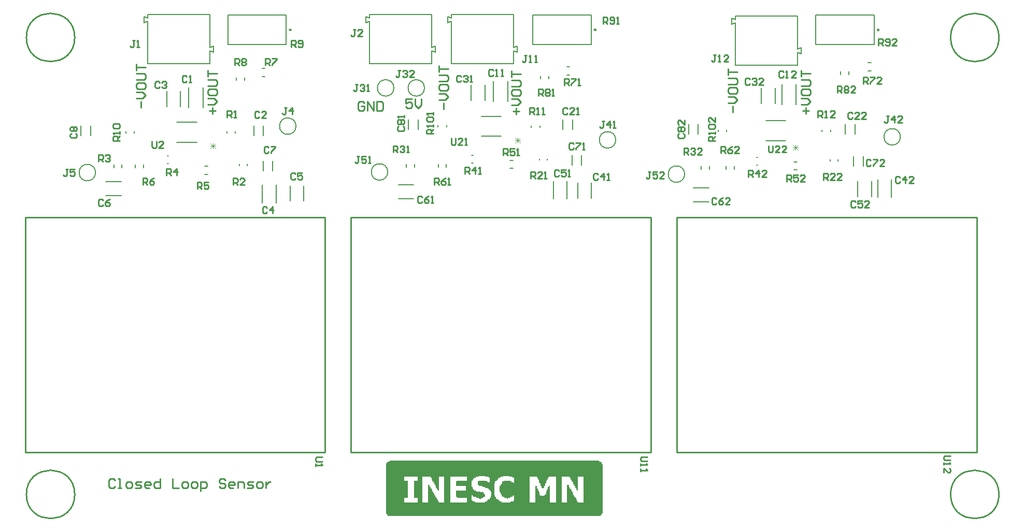
<source format=gto>
G04*
G04 #@! TF.GenerationSoftware,Altium Limited,Altium Designer,22.5.1 (42)*
G04*
G04 Layer_Color=65535*
%FSLAX43Y43*%
%MOMM*%
G71*
G04*
G04 #@! TF.SameCoordinates,2A2A3854-17DD-444F-B545-0734B4948F52*
G04*
G04*
G04 #@! TF.FilePolarity,Positive*
G04*
G01*
G75*
%ADD10C,0.254*%
%ADD11C,0.250*%
%ADD12C,0.150*%
%ADD13C,0.200*%
%ADD14C,0.152*%
%ADD15C,0.076*%
G36*
X94571Y10640D02*
X94868D01*
Y10492D01*
X95017D01*
Y10194D01*
X95165D01*
Y2169D01*
X95017D01*
Y1872D01*
X94868D01*
Y1724D01*
X60093D01*
Y1872D01*
X59944D01*
Y2021D01*
X59796D01*
Y10343D01*
X59944D01*
Y10492D01*
X60093D01*
Y10640D01*
X60390D01*
Y10789D01*
X94571D01*
Y10640D01*
D02*
G37*
%LPC*%
G36*
X80007Y8262D02*
X78967D01*
Y8114D01*
X78521D01*
Y7965D01*
X78224D01*
Y7817D01*
X78075D01*
Y7668D01*
X77926D01*
Y7519D01*
X77778D01*
Y7371D01*
X77629D01*
Y7074D01*
X77481D01*
Y5142D01*
X77629D01*
Y4844D01*
X77778D01*
Y4547D01*
X77926D01*
Y4399D01*
X78224D01*
Y4250D01*
X78372D01*
Y4101D01*
X78669D01*
Y3953D01*
X80156D01*
Y4101D01*
X80601D01*
Y4250D01*
X80750D01*
Y5142D01*
X80601D01*
Y4993D01*
X80453D01*
Y4844D01*
X80156D01*
Y4696D01*
X79710D01*
Y4547D01*
X79561D01*
Y4696D01*
X79115D01*
Y4844D01*
X78818D01*
Y4993D01*
X78669D01*
Y5290D01*
X78521D01*
Y5588D01*
X78372D01*
Y6628D01*
X78521D01*
Y6925D01*
X78669D01*
Y7074D01*
X78818D01*
Y7371D01*
X79115D01*
Y7519D01*
X80156D01*
Y7371D01*
X80304D01*
Y7222D01*
X80601D01*
Y7074D01*
X80750D01*
Y7965D01*
X80453D01*
Y8114D01*
X80007D01*
Y8262D01*
D02*
G37*
G36*
X87586Y8114D02*
X86397D01*
Y7965D01*
X86249D01*
Y7668D01*
X86100D01*
Y7371D01*
X85951D01*
Y7074D01*
X85803D01*
Y6628D01*
X85654D01*
Y6331D01*
X85506D01*
Y6182D01*
X85357D01*
Y6331D01*
X85208D01*
Y6628D01*
X85060D01*
Y7074D01*
X84911D01*
Y7222D01*
X84762D01*
Y7668D01*
X84614D01*
Y7965D01*
X84465D01*
Y8114D01*
X83276D01*
Y3953D01*
X84168D01*
Y6628D01*
X84465D01*
Y6182D01*
X84614D01*
Y5885D01*
X84762D01*
Y5588D01*
X84911D01*
Y5142D01*
X85060D01*
Y4993D01*
X85654D01*
Y5142D01*
X85803D01*
Y5290D01*
X85951D01*
Y5736D01*
X86100D01*
Y6033D01*
X86249D01*
Y6479D01*
X86397D01*
Y6628D01*
X86546D01*
Y3953D01*
X87586D01*
Y8114D01*
D02*
G37*
G36*
X92044D02*
X91153D01*
Y5885D01*
X91004D01*
Y6033D01*
X90856D01*
Y6331D01*
X90707D01*
Y6628D01*
X90558D01*
Y6925D01*
X90410D01*
Y7222D01*
X90261D01*
Y7371D01*
X90113D01*
Y7668D01*
X89964D01*
Y7965D01*
X89815D01*
Y8114D01*
X88478D01*
Y3953D01*
X89369D01*
Y6776D01*
X89667D01*
Y6479D01*
X89815D01*
Y6182D01*
X89964D01*
Y6033D01*
X90113D01*
Y5736D01*
X90261D01*
Y5439D01*
X90410D01*
Y5142D01*
X90558D01*
Y4844D01*
X90707D01*
Y4696D01*
X90856D01*
Y4399D01*
X91004D01*
Y4101D01*
X91153D01*
Y3953D01*
X92044D01*
Y4101D01*
Y4250D01*
Y8114D01*
D02*
G37*
G36*
X69307D02*
X68415D01*
Y7519D01*
Y7371D01*
Y5885D01*
X68267D01*
Y6033D01*
X68118D01*
Y6331D01*
X67969D01*
Y6628D01*
X67821D01*
Y6925D01*
X67672D01*
Y7222D01*
X67524D01*
Y7371D01*
X67375D01*
Y7668D01*
X67226D01*
Y7965D01*
X67078D01*
Y8114D01*
X65740D01*
Y3953D01*
X66632D01*
Y6776D01*
X66929D01*
Y6479D01*
X67078D01*
Y6182D01*
X67226D01*
Y6033D01*
X67375D01*
Y5736D01*
X67524D01*
Y5439D01*
X67672D01*
Y5142D01*
X67821D01*
Y4844D01*
X67969D01*
Y4696D01*
X68118D01*
Y4399D01*
X68267D01*
Y4101D01*
X68415D01*
Y3953D01*
X69307D01*
Y8114D01*
D02*
G37*
G36*
X73022D02*
X70347D01*
Y3953D01*
X73022D01*
Y4696D01*
X71387D01*
Y4844D01*
X71239D01*
Y5885D01*
X72874D01*
Y6628D01*
X71239D01*
Y7371D01*
X71387D01*
Y7519D01*
X73022D01*
Y8114D01*
D02*
G37*
G36*
X64997D02*
X62768D01*
Y7519D01*
X63362D01*
Y4696D01*
X62768D01*
Y3953D01*
X64997D01*
Y4696D01*
X64403D01*
Y7222D01*
Y7371D01*
Y7519D01*
X64997D01*
Y8114D01*
D02*
G37*
G36*
X75994Y8262D02*
X74954D01*
Y8114D01*
X74508D01*
Y7965D01*
X74211D01*
Y7817D01*
X74062D01*
Y7668D01*
X73914D01*
Y7519D01*
X73765D01*
Y6479D01*
X73914D01*
Y6182D01*
X74062D01*
Y6033D01*
X74211D01*
Y5885D01*
X74508D01*
Y5736D01*
X75251D01*
Y5588D01*
X75697D01*
Y5439D01*
X75846D01*
Y5290D01*
X75994D01*
Y4844D01*
X75697D01*
Y4696D01*
X75400D01*
Y4547D01*
X74954D01*
Y4696D01*
X74508D01*
Y4844D01*
X74062D01*
Y4993D01*
X73914D01*
Y5142D01*
X73765D01*
Y4250D01*
X73914D01*
Y4101D01*
X74360D01*
Y3953D01*
X75994D01*
Y4101D01*
X76292D01*
Y4250D01*
X76440D01*
Y4399D01*
X76738D01*
Y4696D01*
X76886D01*
Y4993D01*
X77035D01*
Y5588D01*
X76886D01*
Y5885D01*
X76738D01*
Y6033D01*
X76589D01*
Y6182D01*
X76440D01*
Y6331D01*
X75994D01*
Y6479D01*
X75549D01*
Y6628D01*
X74954D01*
Y6776D01*
X74806D01*
Y7371D01*
X74954D01*
Y7519D01*
X76143D01*
Y7371D01*
X76440D01*
Y7222D01*
X76738D01*
Y7965D01*
X76589D01*
Y8114D01*
X75994D01*
Y8262D01*
D02*
G37*
%LPD*%
D10*
X159953Y80000D02*
G03*
X159953Y80000I-3953J0D01*
G01*
Y5250D02*
G03*
X159953Y5250I-3953J0D01*
G01*
X8953D02*
G03*
X8953Y5250I-3953J0D01*
G01*
Y80000D02*
G03*
X8953Y80000I-3953J0D01*
G01*
X103050Y12100D02*
Y50600D01*
X54100Y12100D02*
X103050D01*
X54100D02*
Y50600D01*
X103050D01*
X156300Y12100D02*
Y50600D01*
X107350Y12100D02*
X156300D01*
X107350D02*
Y50600D01*
X156300D01*
X49800Y12100D02*
Y50600D01*
X850Y12100D02*
X49800D01*
X850D02*
Y50600D01*
X49800D01*
X15520Y7531D02*
X15266Y7785D01*
X14758D01*
X14504Y7531D01*
Y6516D01*
X14758Y6262D01*
X15266D01*
X15520Y6516D01*
X16028Y6262D02*
X16535D01*
X16281D01*
Y7785D01*
X16028D01*
X17551Y6262D02*
X18059D01*
X18313Y6516D01*
Y7024D01*
X18059Y7278D01*
X17551D01*
X17297Y7024D01*
Y6516D01*
X17551Y6262D01*
X18821D02*
X19582D01*
X19836Y6516D01*
X19582Y6770D01*
X19075D01*
X18821Y7024D01*
X19075Y7278D01*
X19836D01*
X21106Y6262D02*
X20598D01*
X20344Y6516D01*
Y7024D01*
X20598Y7278D01*
X21106D01*
X21360Y7024D01*
Y6770D01*
X20344D01*
X22883Y7785D02*
Y6262D01*
X22122D01*
X21868Y6516D01*
Y7024D01*
X22122Y7278D01*
X22883D01*
X24915Y7785D02*
Y6262D01*
X25930D01*
X26692D02*
X27200D01*
X27454Y6516D01*
Y7024D01*
X27200Y7278D01*
X26692D01*
X26438Y7024D01*
Y6516D01*
X26692Y6262D01*
X28216D02*
X28723D01*
X28977Y6516D01*
Y7024D01*
X28723Y7278D01*
X28216D01*
X27962Y7024D01*
Y6516D01*
X28216Y6262D01*
X29485Y5754D02*
Y7278D01*
X30247D01*
X30501Y7024D01*
Y6516D01*
X30247Y6262D01*
X29485D01*
X33548Y7531D02*
X33294Y7785D01*
X32786D01*
X32532Y7531D01*
Y7278D01*
X32786Y7024D01*
X33294D01*
X33548Y6770D01*
Y6516D01*
X33294Y6262D01*
X32786D01*
X32532Y6516D01*
X34817Y6262D02*
X34310D01*
X34056Y6516D01*
Y7024D01*
X34310Y7278D01*
X34817D01*
X35071Y7024D01*
Y6770D01*
X34056D01*
X35579Y6262D02*
Y7278D01*
X36341D01*
X36595Y7024D01*
Y6262D01*
X37103D02*
X37864D01*
X38118Y6516D01*
X37864Y6770D01*
X37357D01*
X37103Y7024D01*
X37357Y7278D01*
X38118D01*
X38880Y6262D02*
X39388D01*
X39642Y6516D01*
Y7024D01*
X39388Y7278D01*
X38880D01*
X38626Y7024D01*
Y6516D01*
X38880Y6262D01*
X40150Y7278D02*
Y6262D01*
Y6770D01*
X40404Y7024D01*
X40658Y7278D01*
X40911D01*
X81087Y67392D02*
Y68407D01*
X80579Y67900D02*
X81595D01*
X80326Y68915D02*
X81341D01*
X81849Y69423D01*
X81341Y69931D01*
X80326D01*
Y71201D02*
Y70693D01*
X80579Y70439D01*
X81595D01*
X81849Y70693D01*
Y71201D01*
X81595Y71454D01*
X80579D01*
X80326Y71201D01*
Y71962D02*
X81595D01*
X81849Y72216D01*
Y72724D01*
X81595Y72978D01*
X80326D01*
Y73486D02*
Y74501D01*
Y73994D01*
X81849D01*
X128379Y67512D02*
Y68528D01*
X127872Y68020D02*
X128887D01*
X127618Y69035D02*
X128633D01*
X129141Y69543D01*
X128633Y70051D01*
X127618D01*
Y71321D02*
Y70813D01*
X127872Y70559D01*
X128887D01*
X129141Y70813D01*
Y71321D01*
X128887Y71575D01*
X127872D01*
X127618Y71321D01*
Y72082D02*
X128887D01*
X129141Y72336D01*
Y72844D01*
X128887Y73098D01*
X127618D01*
Y73606D02*
Y74622D01*
Y74114D01*
X129141D01*
X116484Y67754D02*
Y68770D01*
X115722Y69277D02*
X116738D01*
X117246Y69785D01*
X116738Y70293D01*
X115722D01*
Y71563D02*
Y71055D01*
X115976Y70801D01*
X116992D01*
X117246Y71055D01*
Y71563D01*
X116992Y71817D01*
X115976D01*
X115722Y71563D01*
Y72325D02*
X116992D01*
X117246Y72578D01*
Y73086D01*
X116992Y73340D01*
X115722D01*
Y73848D02*
Y74864D01*
Y74356D01*
X117246D01*
X69234Y68254D02*
Y69270D01*
X68472Y69778D02*
X69488D01*
X69996Y70285D01*
X69488Y70793D01*
X68472D01*
Y72063D02*
Y71555D01*
X68726Y71301D01*
X69742D01*
X69996Y71555D01*
Y72063D01*
X69742Y72317D01*
X68726D01*
X68472Y72063D01*
Y72825D02*
X69742D01*
X69996Y73078D01*
Y73586D01*
X69742Y73840D01*
X68472D01*
Y74348D02*
Y75364D01*
Y74856D01*
X69996D01*
X56270Y69274D02*
X56016Y69528D01*
X55508D01*
X55254Y69274D01*
Y68258D01*
X55508Y68004D01*
X56016D01*
X56270Y68258D01*
Y68766D01*
X55762D01*
X56778Y68004D02*
Y69528D01*
X57793Y68004D01*
Y69528D01*
X58301D02*
Y68004D01*
X59063D01*
X59317Y68258D01*
Y69274D01*
X59063Y69528D01*
X58301D01*
X64026Y69943D02*
X63011D01*
Y69181D01*
X63518Y69435D01*
X63772D01*
X64026Y69181D01*
Y68674D01*
X63772Y68420D01*
X63264D01*
X63011Y68674D01*
X64534Y69943D02*
Y68927D01*
X65042Y68420D01*
X65550Y68927D01*
Y69943D01*
X19734Y68504D02*
Y69520D01*
X18972Y70028D02*
X19988D01*
X20496Y70535D01*
X19988Y71043D01*
X18972D01*
Y72313D02*
Y71805D01*
X19226Y71551D01*
X20242D01*
X20496Y71805D01*
Y72313D01*
X20242Y72567D01*
X19226D01*
X18972Y72313D01*
Y73075D02*
X20242D01*
X20496Y73328D01*
Y73836D01*
X20242Y74090D01*
X18972D01*
Y74598D02*
Y75614D01*
Y75106D01*
X20496D01*
X31484Y67504D02*
Y68520D01*
X30976Y68012D02*
X31992D01*
X30722Y69028D02*
X31738D01*
X32246Y69535D01*
X31738Y70043D01*
X30722D01*
Y71313D02*
Y70805D01*
X30976Y70551D01*
X31992D01*
X32246Y70805D01*
Y71313D01*
X31992Y71567D01*
X30976D01*
X30722Y71313D01*
Y72075D02*
X31992D01*
X32246Y72328D01*
Y72836D01*
X31992Y73090D01*
X30722D01*
Y73598D02*
Y74614D01*
Y74106D01*
X32246D01*
X152018Y11558D02*
X151102D01*
X150918Y11374D01*
Y11008D01*
X151102Y10824D01*
X152018D01*
X150918Y10458D02*
Y10091D01*
Y10275D01*
X152018D01*
X151835Y10458D01*
X150918Y8808D02*
Y9542D01*
X151651Y8808D01*
X151835D01*
X152018Y8992D01*
Y9358D01*
X151835Y9542D01*
X102508Y11410D02*
X101592D01*
X101408Y11226D01*
Y10860D01*
X101592Y10677D01*
X102508D01*
X101408Y10310D02*
Y9943D01*
Y10127D01*
X102508D01*
X102325Y10310D01*
X101408Y9394D02*
Y9027D01*
Y9210D01*
X102508D01*
X102325Y9394D01*
X49385Y11338D02*
X48469D01*
X48285Y11155D01*
Y10788D01*
X48469Y10605D01*
X49385D01*
X48285Y10239D02*
Y9872D01*
Y10055D01*
X49385D01*
X49202Y10239D01*
X137784Y72450D02*
Y73550D01*
X138334D01*
X138517Y73367D01*
Y73000D01*
X138334Y72817D01*
X137784D01*
X138150D02*
X138517Y72450D01*
X138883Y73550D02*
X139617D01*
Y73367D01*
X138883Y72633D01*
Y72450D01*
X140716D02*
X139983D01*
X140716Y73183D01*
Y73367D01*
X140533Y73550D01*
X140166D01*
X139983Y73367D01*
X88967Y72200D02*
Y73300D01*
X89517D01*
X89700Y73117D01*
Y72750D01*
X89517Y72567D01*
X88967D01*
X89334D02*
X89700Y72200D01*
X90067Y73300D02*
X90800D01*
Y73117D01*
X90067Y72383D01*
Y72200D01*
X91166D02*
X91533D01*
X91350D01*
Y73300D01*
X91166Y73117D01*
X40084Y75450D02*
Y76550D01*
X40633D01*
X40817Y76367D01*
Y76000D01*
X40633Y75817D01*
X40084D01*
X40450D02*
X40817Y75450D01*
X41183Y76550D02*
X41916D01*
Y76367D01*
X41183Y75633D01*
Y75450D01*
X122284Y62300D02*
Y61383D01*
X122467Y61200D01*
X122834D01*
X123017Y61383D01*
Y62300D01*
X124117Y61200D02*
X123383D01*
X124117Y61933D01*
Y62117D01*
X123933Y62300D01*
X123567D01*
X123383Y62117D01*
X125216Y61200D02*
X124483D01*
X125216Y61933D01*
Y62117D01*
X125033Y62300D01*
X124666D01*
X124483Y62117D01*
X70467Y63525D02*
Y62608D01*
X70650Y62425D01*
X71017D01*
X71200Y62608D01*
Y63525D01*
X72300Y62425D02*
X71567D01*
X72300Y63158D01*
Y63342D01*
X72117Y63525D01*
X71750D01*
X71567Y63342D01*
X72666Y62425D02*
X73033D01*
X72850D01*
Y63525D01*
X72666Y63342D01*
X21584Y63050D02*
Y62133D01*
X21767Y61950D01*
X22133D01*
X22317Y62133D01*
Y63050D01*
X23416Y61950D02*
X22683D01*
X23416Y62683D01*
Y62867D01*
X23233Y63050D01*
X22867D01*
X22683Y62867D01*
X113550Y63076D02*
X112450D01*
Y63625D01*
X112633Y63809D01*
X113000D01*
X113183Y63625D01*
Y63076D01*
Y63442D02*
X113550Y63809D01*
Y64175D02*
Y64542D01*
Y64359D01*
X112450D01*
X112633Y64175D01*
Y65092D02*
X112450Y65275D01*
Y65641D01*
X112633Y65825D01*
X113367D01*
X113550Y65641D01*
Y65275D01*
X113367Y65092D01*
X112633D01*
X113550Y66924D02*
Y66191D01*
X112817Y66924D01*
X112633D01*
X112450Y66741D01*
Y66375D01*
X112633Y66191D01*
X67550Y64259D02*
X66450D01*
Y64809D01*
X66633Y64992D01*
X67000D01*
X67183Y64809D01*
Y64259D01*
Y64625D02*
X67550Y64992D01*
Y65359D02*
Y65725D01*
Y65542D01*
X66450D01*
X66633Y65359D01*
Y66275D02*
X66450Y66458D01*
Y66825D01*
X66633Y67008D01*
X67367D01*
X67550Y66825D01*
Y66458D01*
X67367Y66275D01*
X66633D01*
X67550Y67375D02*
Y67741D01*
Y67558D01*
X66450D01*
X66633Y67375D01*
X140284Y78700D02*
Y79800D01*
X140834D01*
X141017Y79617D01*
Y79250D01*
X140834Y79067D01*
X140284D01*
X140650D02*
X141017Y78700D01*
X141383Y78883D02*
X141567Y78700D01*
X141933D01*
X142117Y78883D01*
Y79617D01*
X141933Y79800D01*
X141567D01*
X141383Y79617D01*
Y79433D01*
X141567Y79250D01*
X142117D01*
X143216Y78700D02*
X142483D01*
X143216Y79433D01*
Y79617D01*
X143033Y79800D01*
X142666D01*
X142483Y79617D01*
X95257Y82240D02*
Y83340D01*
X95807D01*
X95990Y83157D01*
Y82790D01*
X95807Y82607D01*
X95257D01*
X95624D02*
X95990Y82240D01*
X96357Y82423D02*
X96540Y82240D01*
X96907D01*
X97090Y82423D01*
Y83157D01*
X96907Y83340D01*
X96540D01*
X96357Y83157D01*
Y82973D01*
X96540Y82790D01*
X97090D01*
X97456Y82240D02*
X97823D01*
X97640D01*
Y83340D01*
X97456Y83157D01*
X133534Y70950D02*
Y72050D01*
X134084D01*
X134267Y71867D01*
Y71500D01*
X134084Y71317D01*
X133534D01*
X133900D02*
X134267Y70950D01*
X134633Y71867D02*
X134817Y72050D01*
X135183D01*
X135367Y71867D01*
Y71683D01*
X135183Y71500D01*
X135367Y71317D01*
Y71133D01*
X135183Y70950D01*
X134817D01*
X134633Y71133D01*
Y71317D01*
X134817Y71500D01*
X134633Y71683D01*
Y71867D01*
X134817Y71500D02*
X135183D01*
X136466Y70950D02*
X135733D01*
X136466Y71683D01*
Y71867D01*
X136283Y72050D01*
X135916D01*
X135733Y71867D01*
X84717Y70450D02*
Y71550D01*
X85267D01*
X85450Y71367D01*
Y71000D01*
X85267Y70817D01*
X84717D01*
X85084D02*
X85450Y70450D01*
X85817Y71367D02*
X86000Y71550D01*
X86367D01*
X86550Y71367D01*
Y71183D01*
X86367Y71000D01*
X86550Y70817D01*
Y70633D01*
X86367Y70450D01*
X86000D01*
X85817Y70633D01*
Y70817D01*
X86000Y71000D01*
X85817Y71183D01*
Y71367D01*
X86000Y71000D02*
X86367D01*
X86916Y70450D02*
X87283D01*
X87100D01*
Y71550D01*
X86916Y71367D01*
X114534Y61100D02*
Y62200D01*
X115084D01*
X115267Y62017D01*
Y61650D01*
X115084Y61467D01*
X114534D01*
X114900D02*
X115267Y61100D01*
X116367Y62200D02*
X116000Y62017D01*
X115633Y61650D01*
Y61283D01*
X115817Y61100D01*
X116183D01*
X116367Y61283D01*
Y61467D01*
X116183Y61650D01*
X115633D01*
X117466Y61100D02*
X116733D01*
X117466Y61833D01*
Y62017D01*
X117283Y62200D01*
X116916D01*
X116733Y62017D01*
X67717Y55950D02*
Y57050D01*
X68267D01*
X68450Y56867D01*
Y56500D01*
X68267Y56317D01*
X67717D01*
X68084D02*
X68450Y55950D01*
X69550Y57050D02*
X69183Y56867D01*
X68817Y56500D01*
Y56133D01*
X69000Y55950D01*
X69367D01*
X69550Y56133D01*
Y56317D01*
X69367Y56500D01*
X68817D01*
X69916Y55950D02*
X70283D01*
X70100D01*
Y57050D01*
X69916Y56867D01*
X125284Y56450D02*
Y57550D01*
X125834D01*
X126017Y57367D01*
Y57000D01*
X125834Y56817D01*
X125284D01*
X125650D02*
X126017Y56450D01*
X127117Y57550D02*
X126383D01*
Y57000D01*
X126750Y57183D01*
X126933D01*
X127117Y57000D01*
Y56633D01*
X126933Y56450D01*
X126567D01*
X126383Y56633D01*
X128216Y56450D02*
X127483D01*
X128216Y57183D01*
Y57367D01*
X128033Y57550D01*
X127666D01*
X127483Y57367D01*
X78967Y60700D02*
Y61800D01*
X79517D01*
X79700Y61617D01*
Y61250D01*
X79517Y61067D01*
X78967D01*
X79334D02*
X79700Y60700D01*
X80800Y61800D02*
X80067D01*
Y61250D01*
X80433Y61433D01*
X80617D01*
X80800Y61250D01*
Y60883D01*
X80617Y60700D01*
X80250D01*
X80067Y60883D01*
X81166Y60700D02*
X81533D01*
X81350D01*
Y61800D01*
X81166Y61617D01*
X119034Y57200D02*
Y58300D01*
X119584D01*
X119767Y58117D01*
Y57750D01*
X119584Y57567D01*
X119034D01*
X119400D02*
X119767Y57200D01*
X120683D02*
Y58300D01*
X120133Y57750D01*
X120867D01*
X121966Y57200D02*
X121233D01*
X121966Y57933D01*
Y58117D01*
X121783Y58300D01*
X121416D01*
X121233Y58117D01*
X72717Y57700D02*
Y58800D01*
X73267D01*
X73450Y58617D01*
Y58250D01*
X73267Y58067D01*
X72717D01*
X73084D02*
X73450Y57700D01*
X74367D02*
Y58800D01*
X73817Y58250D01*
X74550D01*
X74916Y57700D02*
X75283D01*
X75100D01*
Y58800D01*
X74916Y58617D01*
X108485Y60850D02*
Y61950D01*
X109035D01*
X109218Y61767D01*
Y61400D01*
X109035Y61217D01*
X108485D01*
X108852D02*
X109218Y60850D01*
X109585Y61767D02*
X109768Y61950D01*
X110135D01*
X110318Y61767D01*
Y61583D01*
X110135Y61400D01*
X109952D01*
X110135D01*
X110318Y61217D01*
Y61033D01*
X110135Y60850D01*
X109768D01*
X109585Y61033D01*
X111418Y60850D02*
X110685D01*
X111418Y61583D01*
Y61767D01*
X111234Y61950D01*
X110868D01*
X110685Y61767D01*
X60967Y61200D02*
Y62300D01*
X61517D01*
X61700Y62117D01*
Y61750D01*
X61517Y61567D01*
X60967D01*
X61334D02*
X61700Y61200D01*
X62067Y62117D02*
X62250Y62300D01*
X62617D01*
X62800Y62117D01*
Y61933D01*
X62617Y61750D01*
X62433D01*
X62617D01*
X62800Y61567D01*
Y61383D01*
X62617Y61200D01*
X62250D01*
X62067Y61383D01*
X63166Y61200D02*
X63533D01*
X63350D01*
Y62300D01*
X63166Y62117D01*
X131284Y56700D02*
Y57800D01*
X131834D01*
X132017Y57617D01*
Y57250D01*
X131834Y57067D01*
X131284D01*
X131650D02*
X132017Y56700D01*
X133117D02*
X132383D01*
X133117Y57433D01*
Y57617D01*
X132933Y57800D01*
X132567D01*
X132383Y57617D01*
X134216Y56700D02*
X133483D01*
X134216Y57433D01*
Y57617D01*
X134033Y57800D01*
X133666D01*
X133483Y57617D01*
X83467Y56950D02*
Y58050D01*
X84017D01*
X84200Y57867D01*
Y57500D01*
X84017Y57317D01*
X83467D01*
X83834D02*
X84200Y56950D01*
X85300D02*
X84567D01*
X85300Y57683D01*
Y57867D01*
X85117Y58050D01*
X84750D01*
X84567Y57867D01*
X85666Y56950D02*
X86033D01*
X85850D01*
Y58050D01*
X85666Y57867D01*
X130375Y66925D02*
Y68025D01*
X130925D01*
X131109Y67842D01*
Y67475D01*
X130925Y67292D01*
X130375D01*
X130742D02*
X131109Y66925D01*
X131475D02*
X131842D01*
X131658D01*
Y68025D01*
X131475Y67842D01*
X133125Y66925D02*
X132391D01*
X133125Y67658D01*
Y67842D01*
X132941Y68025D01*
X132575D01*
X132391Y67842D01*
X83309Y67450D02*
Y68550D01*
X83859D01*
X84042Y68367D01*
Y68000D01*
X83859Y67817D01*
X83309D01*
X83675D02*
X84042Y67450D01*
X84408D02*
X84775D01*
X84592D01*
Y68550D01*
X84408Y68367D01*
X85325Y67450D02*
X85691D01*
X85508D01*
Y68550D01*
X85325Y68367D01*
X16300Y63125D02*
X15200D01*
Y63675D01*
X15383Y63859D01*
X15750D01*
X15933Y63675D01*
Y63125D01*
Y63492D02*
X16300Y63859D01*
Y64225D02*
Y64592D01*
Y64408D01*
X15200D01*
X15383Y64225D01*
Y65141D02*
X15200Y65325D01*
Y65691D01*
X15383Y65875D01*
X16117D01*
X16300Y65691D01*
Y65325D01*
X16117Y65141D01*
X15383D01*
X44334Y78450D02*
Y79550D01*
X44883D01*
X45067Y79367D01*
Y79000D01*
X44883Y78817D01*
X44334D01*
X44700D02*
X45067Y78450D01*
X45433Y78633D02*
X45617Y78450D01*
X45983D01*
X46166Y78633D01*
Y79367D01*
X45983Y79550D01*
X45617D01*
X45433Y79367D01*
Y79183D01*
X45617Y79000D01*
X46166D01*
X35084Y75450D02*
Y76550D01*
X35633D01*
X35817Y76367D01*
Y76000D01*
X35633Y75817D01*
X35084D01*
X35450D02*
X35817Y75450D01*
X36183Y76367D02*
X36367Y76550D01*
X36733D01*
X36916Y76367D01*
Y76183D01*
X36733Y76000D01*
X36916Y75817D01*
Y75633D01*
X36733Y75450D01*
X36367D01*
X36183Y75633D01*
Y75817D01*
X36367Y76000D01*
X36183Y76183D01*
Y76367D01*
X36367Y76000D02*
X36733D01*
X20084Y55950D02*
Y57050D01*
X20633D01*
X20817Y56867D01*
Y56500D01*
X20633Y56317D01*
X20084D01*
X20450D02*
X20817Y55950D01*
X21916Y57050D02*
X21550Y56867D01*
X21183Y56500D01*
Y56133D01*
X21367Y55950D01*
X21733D01*
X21916Y56133D01*
Y56317D01*
X21733Y56500D01*
X21183D01*
X28959Y55191D02*
Y56291D01*
X29509D01*
X29693Y56108D01*
Y55741D01*
X29509Y55558D01*
X28959D01*
X29326D02*
X29693Y55191D01*
X30792Y56291D02*
X30059D01*
Y55741D01*
X30426Y55924D01*
X30609D01*
X30792Y55741D01*
Y55374D01*
X30609Y55191D01*
X30242D01*
X30059Y55374D01*
X23934Y57450D02*
Y58550D01*
X24484D01*
X24667Y58367D01*
Y58000D01*
X24484Y57817D01*
X23934D01*
X24300D02*
X24667Y57450D01*
X25583D02*
Y58550D01*
X25033Y58000D01*
X25767D01*
X12834Y59700D02*
Y60800D01*
X13383D01*
X13567Y60617D01*
Y60250D01*
X13383Y60067D01*
X12834D01*
X13200D02*
X13567Y59700D01*
X13933Y60617D02*
X14117Y60800D01*
X14483D01*
X14666Y60617D01*
Y60433D01*
X14483Y60250D01*
X14300D01*
X14483D01*
X14666Y60067D01*
Y59883D01*
X14483Y59700D01*
X14117D01*
X13933Y59883D01*
X34834Y55875D02*
Y56975D01*
X35383D01*
X35567Y56792D01*
Y56425D01*
X35383Y56242D01*
X34834D01*
X35200D02*
X35567Y55875D01*
X36666D02*
X35933D01*
X36666Y56608D01*
Y56792D01*
X36483Y56975D01*
X36117D01*
X35933Y56792D01*
X33858Y66929D02*
Y68029D01*
X34408D01*
X34591Y67845D01*
Y67479D01*
X34408Y67296D01*
X33858D01*
X34225D02*
X34591Y66929D01*
X34958D02*
X35324D01*
X35141D01*
Y68029D01*
X34958Y67845D01*
X113697Y77117D02*
X113330D01*
X113513D01*
Y76201D01*
X113330Y76018D01*
X113147D01*
X112964Y76201D01*
X114063Y76018D02*
X114430D01*
X114246D01*
Y77117D01*
X114063Y76934D01*
X115713Y76018D02*
X114980D01*
X115713Y76751D01*
Y76934D01*
X115529Y77117D01*
X115163D01*
X114980Y76934D01*
X82792Y77050D02*
X82425D01*
X82609D01*
Y76133D01*
X82425Y75950D01*
X82242D01*
X82059Y76133D01*
X83158Y75950D02*
X83525D01*
X83342D01*
Y77050D01*
X83158Y76867D01*
X84075Y75950D02*
X84441D01*
X84258D01*
Y77050D01*
X84075Y76867D01*
X54817Y81300D02*
X54450D01*
X54633D01*
Y80383D01*
X54450Y80200D01*
X54267D01*
X54084Y80383D01*
X55916Y80200D02*
X55183D01*
X55916Y80933D01*
Y81117D01*
X55733Y81300D01*
X55367D01*
X55183Y81117D01*
X18750Y79550D02*
X18383D01*
X18567D01*
Y78633D01*
X18383Y78450D01*
X18200D01*
X18017Y78633D01*
X19117Y78450D02*
X19483D01*
X19300D01*
Y79550D01*
X19117Y79367D01*
X107633Y64267D02*
X107450Y64084D01*
Y63717D01*
X107633Y63534D01*
X108367D01*
X108550Y63717D01*
Y64084D01*
X108367Y64267D01*
X107633Y64633D02*
X107450Y64817D01*
Y65183D01*
X107633Y65367D01*
X107817D01*
X108000Y65183D01*
X108183Y65367D01*
X108367D01*
X108550Y65183D01*
Y64817D01*
X108367Y64633D01*
X108183D01*
X108000Y64817D01*
X107817Y64633D01*
X107633D01*
X108000Y64817D02*
Y65183D01*
X108550Y66466D02*
Y65733D01*
X107817Y66466D01*
X107633D01*
X107450Y66283D01*
Y65916D01*
X107633Y65733D01*
X61883Y65450D02*
X61700Y65267D01*
Y64900D01*
X61883Y64717D01*
X62617D01*
X62800Y64900D01*
Y65267D01*
X62617Y65450D01*
X61883Y65817D02*
X61700Y66000D01*
Y66367D01*
X61883Y66550D01*
X62067D01*
X62250Y66367D01*
X62433Y66550D01*
X62617D01*
X62800Y66367D01*
Y66000D01*
X62617Y65817D01*
X62433D01*
X62250Y66000D01*
X62067Y65817D01*
X61883D01*
X62250Y66000D02*
Y66367D01*
X62800Y66916D02*
Y67283D01*
Y67100D01*
X61700D01*
X61883Y66916D01*
X139017Y59867D02*
X138834Y60050D01*
X138467D01*
X138284Y59867D01*
Y59133D01*
X138467Y58950D01*
X138834D01*
X139017Y59133D01*
X139383Y60050D02*
X140117D01*
Y59867D01*
X139383Y59133D01*
Y58950D01*
X141216D02*
X140483D01*
X141216Y59683D01*
Y59867D01*
X141033Y60050D01*
X140666D01*
X140483Y59867D01*
X90450Y62617D02*
X90267Y62800D01*
X89900D01*
X89717Y62617D01*
Y61883D01*
X89900Y61700D01*
X90267D01*
X90450Y61883D01*
X90817Y62800D02*
X91550D01*
Y62617D01*
X90817Y61883D01*
Y61700D01*
X91916D02*
X92283D01*
X92100D01*
Y62800D01*
X91916Y62617D01*
X113767Y53617D02*
X113584Y53800D01*
X113217D01*
X113034Y53617D01*
Y52883D01*
X113217Y52700D01*
X113584D01*
X113767Y52883D01*
X114867Y53800D02*
X114500Y53617D01*
X114133Y53250D01*
Y52883D01*
X114317Y52700D01*
X114683D01*
X114867Y52883D01*
Y53067D01*
X114683Y53250D01*
X114133D01*
X115966Y52700D02*
X115233D01*
X115966Y53433D01*
Y53617D01*
X115783Y53800D01*
X115416D01*
X115233Y53617D01*
X65700Y53867D02*
X65517Y54050D01*
X65150D01*
X64967Y53867D01*
Y53133D01*
X65150Y52950D01*
X65517D01*
X65700Y53133D01*
X66800Y54050D02*
X66433Y53867D01*
X66067Y53500D01*
Y53133D01*
X66250Y52950D01*
X66617D01*
X66800Y53133D01*
Y53317D01*
X66617Y53500D01*
X66067D01*
X67166Y52950D02*
X67533D01*
X67350D01*
Y54050D01*
X67166Y53867D01*
X136517Y53117D02*
X136334Y53300D01*
X135967D01*
X135784Y53117D01*
Y52383D01*
X135967Y52200D01*
X136334D01*
X136517Y52383D01*
X137617Y53300D02*
X136883D01*
Y52750D01*
X137250Y52933D01*
X137433D01*
X137617Y52750D01*
Y52383D01*
X137433Y52200D01*
X137067D01*
X136883Y52383D01*
X138716Y52200D02*
X137983D01*
X138716Y52933D01*
Y53117D01*
X138533Y53300D01*
X138166D01*
X137983Y53117D01*
X88054Y58186D02*
X87871Y58370D01*
X87504D01*
X87321Y58186D01*
Y57453D01*
X87504Y57270D01*
X87871D01*
X88054Y57453D01*
X89154Y58370D02*
X88421D01*
Y57820D01*
X88787Y58003D01*
X88970D01*
X89154Y57820D01*
Y57453D01*
X88970Y57270D01*
X88604D01*
X88421Y57453D01*
X89520Y57270D02*
X89887D01*
X89704D01*
Y58370D01*
X89520Y58186D01*
X143767Y57117D02*
X143584Y57300D01*
X143217D01*
X143034Y57117D01*
Y56383D01*
X143217Y56200D01*
X143584D01*
X143767Y56383D01*
X144683Y56200D02*
Y57300D01*
X144133Y56750D01*
X144867D01*
X145966Y56200D02*
X145233D01*
X145966Y56933D01*
Y57117D01*
X145783Y57300D01*
X145416D01*
X145233Y57117D01*
X94450Y57617D02*
X94267Y57800D01*
X93900D01*
X93717Y57617D01*
Y56883D01*
X93900Y56700D01*
X94267D01*
X94450Y56883D01*
X95367Y56700D02*
Y57800D01*
X94817Y57250D01*
X95550D01*
X95916Y56700D02*
X96283D01*
X96100D01*
Y57800D01*
X95916Y57617D01*
X119224Y73191D02*
X119041Y73374D01*
X118674D01*
X118491Y73191D01*
Y72458D01*
X118674Y72275D01*
X119041D01*
X119224Y72458D01*
X119591Y73191D02*
X119774Y73374D01*
X120141D01*
X120324Y73191D01*
Y73008D01*
X120141Y72825D01*
X119957D01*
X120141D01*
X120324Y72641D01*
Y72458D01*
X120141Y72275D01*
X119774D01*
X119591Y72458D01*
X121424Y72275D02*
X120690D01*
X121424Y73008D01*
Y73191D01*
X121240Y73374D01*
X120874D01*
X120690Y73191D01*
X72052Y73631D02*
X71869Y73814D01*
X71502D01*
X71319Y73631D01*
Y72898D01*
X71502Y72715D01*
X71869D01*
X72052Y72898D01*
X72418Y73631D02*
X72602Y73814D01*
X72968D01*
X73151Y73631D01*
Y73448D01*
X72968Y73264D01*
X72785D01*
X72968D01*
X73151Y73081D01*
Y72898D01*
X72968Y72715D01*
X72602D01*
X72418Y72898D01*
X73518Y72715D02*
X73885D01*
X73701D01*
Y73814D01*
X73518Y73631D01*
X136017Y67617D02*
X135834Y67800D01*
X135467D01*
X135284Y67617D01*
Y66883D01*
X135467Y66700D01*
X135834D01*
X136017Y66883D01*
X137117Y66700D02*
X136383D01*
X137117Y67433D01*
Y67617D01*
X136933Y67800D01*
X136567D01*
X136383Y67617D01*
X138216Y66700D02*
X137483D01*
X138216Y67433D01*
Y67617D01*
X138033Y67800D01*
X137666D01*
X137483Y67617D01*
X89450Y68367D02*
X89267Y68550D01*
X88900D01*
X88717Y68367D01*
Y67633D01*
X88900Y67450D01*
X89267D01*
X89450Y67633D01*
X90550Y67450D02*
X89817D01*
X90550Y68183D01*
Y68367D01*
X90367Y68550D01*
X90000D01*
X89817Y68367D01*
X90916Y67450D02*
X91283D01*
X91100D01*
Y68550D01*
X90916Y68367D01*
X124737Y74388D02*
X124554Y74571D01*
X124187D01*
X124004Y74388D01*
Y73655D01*
X124187Y73471D01*
X124554D01*
X124737Y73655D01*
X125103Y73471D02*
X125470D01*
X125287D01*
Y74571D01*
X125103Y74388D01*
X126753Y73471D02*
X126020D01*
X126753Y74204D01*
Y74388D01*
X126570Y74571D01*
X126203D01*
X126020Y74388D01*
X77315Y74623D02*
X77132Y74807D01*
X76765D01*
X76582Y74623D01*
Y73890D01*
X76765Y73707D01*
X77132D01*
X77315Y73890D01*
X77682Y73707D02*
X78048D01*
X77865D01*
Y74807D01*
X77682Y74623D01*
X78598Y73707D02*
X78965D01*
X78781D01*
Y74807D01*
X78598Y74623D01*
X8383Y64317D02*
X8200Y64133D01*
Y63767D01*
X8383Y63584D01*
X9117D01*
X9300Y63767D01*
Y64133D01*
X9117Y64317D01*
X8383Y64683D02*
X8200Y64867D01*
Y65233D01*
X8383Y65416D01*
X8567D01*
X8750Y65233D01*
X8933Y65416D01*
X9117D01*
X9300Y65233D01*
Y64867D01*
X9117Y64683D01*
X8933D01*
X8750Y64867D01*
X8567Y64683D01*
X8383D01*
X8750Y64867D02*
Y65233D01*
X40611Y62029D02*
X40428Y62212D01*
X40061D01*
X39878Y62029D01*
Y61296D01*
X40061Y61112D01*
X40428D01*
X40611Y61296D01*
X40978Y62212D02*
X41711D01*
Y62029D01*
X40978Y61296D01*
Y61112D01*
X13567Y53367D02*
X13383Y53550D01*
X13017D01*
X12834Y53367D01*
Y52633D01*
X13017Y52450D01*
X13383D01*
X13567Y52633D01*
X14666Y53550D02*
X14300Y53367D01*
X13933Y53000D01*
Y52633D01*
X14117Y52450D01*
X14483D01*
X14666Y52633D01*
Y52817D01*
X14483Y53000D01*
X13933D01*
X45005Y57660D02*
X44822Y57843D01*
X44455D01*
X44272Y57660D01*
Y56927D01*
X44455Y56744D01*
X44822D01*
X45005Y56927D01*
X46105Y57843D02*
X45372D01*
Y57293D01*
X45738Y57477D01*
X45922D01*
X46105Y57293D01*
Y56927D01*
X45922Y56744D01*
X45555D01*
X45372Y56927D01*
X40363Y52140D02*
X40180Y52323D01*
X39814D01*
X39630Y52140D01*
Y51407D01*
X39814Y51224D01*
X40180D01*
X40363Y51407D01*
X41280Y51224D02*
Y52323D01*
X40730Y51774D01*
X41463D01*
X22817Y72617D02*
X22633Y72800D01*
X22267D01*
X22084Y72617D01*
Y71883D01*
X22267Y71700D01*
X22633D01*
X22817Y71883D01*
X23183Y72617D02*
X23367Y72800D01*
X23733D01*
X23916Y72617D01*
Y72433D01*
X23733Y72250D01*
X23550D01*
X23733D01*
X23916Y72067D01*
Y71883D01*
X23733Y71700D01*
X23367D01*
X23183Y71883D01*
X39112Y67744D02*
X38929Y67927D01*
X38563D01*
X38379Y67744D01*
Y67011D01*
X38563Y66827D01*
X38929D01*
X39112Y67011D01*
X40212Y66827D02*
X39479D01*
X40212Y67561D01*
Y67744D01*
X40029Y67927D01*
X39662D01*
X39479Y67744D01*
X27250Y73617D02*
X27067Y73800D01*
X26700D01*
X26517Y73617D01*
Y72883D01*
X26700Y72700D01*
X27067D01*
X27250Y72883D01*
X27617Y72700D02*
X27983D01*
X27800D01*
Y73800D01*
X27617Y73617D01*
X103017Y58050D02*
X102650D01*
X102834D01*
Y57133D01*
X102650Y56950D01*
X102467D01*
X102284Y57133D01*
X104117Y58050D02*
X103383D01*
Y57500D01*
X103750Y57683D01*
X103933D01*
X104117Y57500D01*
Y57133D01*
X103933Y56950D01*
X103567D01*
X103383Y57133D01*
X105216Y56950D02*
X104483D01*
X105216Y57683D01*
Y57867D01*
X105033Y58050D01*
X104666D01*
X104483Y57867D01*
X55450Y60550D02*
X55084D01*
X55267D01*
Y59633D01*
X55084Y59450D01*
X54900D01*
X54717Y59633D01*
X56550Y60550D02*
X55817D01*
Y60000D01*
X56183Y60183D01*
X56367D01*
X56550Y60000D01*
Y59633D01*
X56367Y59450D01*
X56000D01*
X55817Y59633D01*
X56916Y59450D02*
X57283D01*
X57100D01*
Y60550D01*
X56916Y60367D01*
X141932Y67165D02*
X141565D01*
X141748D01*
Y66249D01*
X141565Y66065D01*
X141382D01*
X141199Y66249D01*
X142848Y66065D02*
Y67165D01*
X142298Y66615D01*
X143031D01*
X144131Y66065D02*
X143398D01*
X144131Y66799D01*
Y66982D01*
X143948Y67165D01*
X143581D01*
X143398Y66982D01*
X95450Y66300D02*
X95084D01*
X95267D01*
Y65383D01*
X95084Y65200D01*
X94900D01*
X94717Y65383D01*
X96367Y65200D02*
Y66300D01*
X95817Y65750D01*
X96550D01*
X96916Y65200D02*
X97283D01*
X97100D01*
Y66300D01*
X96916Y66117D01*
X62153Y74634D02*
X61786D01*
X61969D01*
Y73718D01*
X61786Y73534D01*
X61603D01*
X61419Y73718D01*
X62519Y74451D02*
X62702Y74634D01*
X63069D01*
X63252Y74451D01*
Y74268D01*
X63069Y74084D01*
X62886D01*
X63069D01*
X63252Y73901D01*
Y73718D01*
X63069Y73534D01*
X62702D01*
X62519Y73718D01*
X64352Y73534D02*
X63619D01*
X64352Y74268D01*
Y74451D01*
X64169Y74634D01*
X63802D01*
X63619Y74451D01*
X55200Y72300D02*
X54834D01*
X55017D01*
Y71383D01*
X54834Y71200D01*
X54650D01*
X54467Y71383D01*
X55567Y72117D02*
X55750Y72300D01*
X56117D01*
X56300Y72117D01*
Y71933D01*
X56117Y71750D01*
X55933D01*
X56117D01*
X56300Y71567D01*
Y71383D01*
X56117Y71200D01*
X55750D01*
X55567Y71383D01*
X56666Y71200D02*
X57033D01*
X56850D01*
Y72300D01*
X56666Y72117D01*
X7817Y58450D02*
X7450D01*
X7633D01*
Y57533D01*
X7450Y57350D01*
X7267D01*
X7084Y57533D01*
X8916Y58450D02*
X8183D01*
Y57900D01*
X8550Y58083D01*
X8733D01*
X8916Y57900D01*
Y57533D01*
X8733Y57350D01*
X8367D01*
X8183Y57533D01*
X43567Y68550D02*
X43200D01*
X43383D01*
Y67633D01*
X43200Y67450D01*
X43017D01*
X42834Y67633D01*
X44483Y67450D02*
Y68550D01*
X43933Y68000D01*
X44666D01*
D11*
X140330Y81250D02*
G03*
X140330Y81250I-125J0D01*
G01*
X44290Y81250D02*
G03*
X44290Y81250I-125J0D01*
G01*
X94080Y81250D02*
G03*
X94080Y81250I-125J0D01*
G01*
D12*
X97345Y63250D02*
G03*
X97345Y63250I-1345J0D01*
G01*
X45095Y65500D02*
G03*
X45095Y65500I-1345J0D01*
G01*
X108595Y57650D02*
G03*
X108595Y57650I-1345J0D01*
G01*
X66095Y71750D02*
G03*
X66095Y71750I-1345J0D01*
G01*
X61095D02*
G03*
X61095Y71750I-1345J0D01*
G01*
X60095Y58000D02*
G03*
X60095Y58000I-1345J0D01*
G01*
X12345Y57900D02*
G03*
X12345Y57900I-1345J0D01*
G01*
X143845Y63750D02*
G03*
X143845Y63750I-1345J0D01*
G01*
D13*
X132375Y59825D02*
Y60025D01*
X133625Y59825D02*
Y60025D01*
X134075Y73975D02*
Y74425D01*
X135425Y73975D02*
Y74425D01*
X138575Y75925D02*
X139025D01*
X138575Y74575D02*
X139025D01*
X130025Y78830D02*
Y83655D01*
Y83660D02*
X139555D01*
X130025Y78830D02*
X139555D01*
Y83660D01*
X127041Y78108D02*
Y83519D01*
Y78108D02*
X127640Y78370D01*
Y77340D02*
Y78370D01*
X127041Y77602D02*
X127640Y77340D01*
X127040Y75450D02*
Y77600D01*
X116880Y83550D02*
X127040D01*
X116880Y75450D02*
X127040D01*
X116880Y82950D02*
Y83550D01*
X116280Y82180D02*
Y83210D01*
X116280Y83211D02*
X116880Y82950D01*
X116280Y82180D02*
X116880Y82441D01*
Y75450D02*
Y82441D01*
X80075Y59925D02*
X80525D01*
X80075Y58575D02*
X80525D01*
X90225Y59100D02*
Y60700D01*
X91775Y59100D02*
Y60700D01*
X90275Y64950D02*
Y66550D01*
X88725Y64950D02*
Y66550D01*
X36675Y72975D02*
Y73425D01*
X35325Y72975D02*
Y73425D01*
X23975Y68723D02*
Y71229D01*
X26225Y68723D02*
Y71229D01*
X86125Y59975D02*
Y60175D01*
X84875Y59975D02*
Y60175D01*
X84950Y65325D02*
Y65575D01*
X83550Y65325D02*
Y65575D01*
X27572Y68498D02*
Y71814D01*
X29928Y68498D02*
Y71814D01*
X33985Y78830D02*
Y83655D01*
Y83660D02*
X43515D01*
X33985Y78830D02*
X43515D01*
Y83660D01*
X31041Y78358D02*
Y83769D01*
Y78358D02*
X31640Y78620D01*
Y77590D02*
Y78620D01*
X31041Y77852D02*
X31640Y77590D01*
X31040Y75700D02*
Y77850D01*
X20880Y83800D02*
X31040D01*
X20880Y75700D02*
X31040D01*
X20880Y83200D02*
Y83800D01*
X20280Y82430D02*
Y83460D01*
X20280Y83461D02*
X20880Y83200D01*
X20280Y82430D02*
X20880Y82691D01*
Y75700D02*
Y82691D01*
X39575Y74925D02*
X40025D01*
X39575Y73575D02*
X40025D01*
X39622Y52971D02*
Y55877D01*
X41878Y52971D02*
Y55877D01*
X132450Y64625D02*
Y64875D01*
X131050Y64625D02*
Y64875D01*
X136400Y64200D02*
Y65800D01*
X134850Y64200D02*
Y65800D01*
X110775Y64200D02*
Y65800D01*
X109225Y64200D02*
Y65800D01*
X115450Y64625D02*
Y64875D01*
X114050Y64625D02*
Y64875D01*
X121125Y69223D02*
Y71729D01*
X123375Y69223D02*
Y71729D01*
X124472Y68998D02*
Y72314D01*
X126828Y68998D02*
Y72314D01*
X142378Y53873D02*
Y56779D01*
X140122Y53873D02*
Y56779D01*
X139125Y53973D02*
Y56479D01*
X136875Y53973D02*
Y56479D01*
X136225Y58950D02*
Y60550D01*
X137775Y58950D02*
Y60550D01*
X126475Y59675D02*
X126925D01*
X126475Y58325D02*
X126925D01*
X120325Y59125D02*
X120525D01*
X120325Y60375D02*
X120525D01*
X116675Y58475D02*
Y58925D01*
X115325Y58475D02*
Y58925D01*
X111325Y58475D02*
Y58925D01*
X112675Y58475D02*
Y58925D01*
X110021Y53125D02*
X112527D01*
X110021Y55375D02*
X112527D01*
X67291Y78358D02*
Y83769D01*
Y78358D02*
X67890Y78620D01*
Y77590D02*
Y78620D01*
X67291Y77852D02*
X67890Y77590D01*
X67290Y75700D02*
Y77850D01*
X57130Y83800D02*
X67290D01*
X57130Y75700D02*
X67290D01*
X57130Y83200D02*
Y83800D01*
X56530Y82430D02*
Y83460D01*
X56530Y83461D02*
X57130Y83200D01*
X56530Y82430D02*
X57130Y82691D01*
Y75700D02*
Y82691D01*
X64473Y58825D02*
Y59275D01*
X63123Y58825D02*
Y59275D01*
X73825Y59475D02*
X74025D01*
X73825Y60725D02*
X74025D01*
X69700Y65375D02*
Y65625D01*
X68300Y65375D02*
Y65625D01*
X65025Y64950D02*
Y66550D01*
X63475Y64950D02*
Y66550D01*
X73725Y69723D02*
Y72229D01*
X75975Y69723D02*
Y72229D01*
X77322Y69498D02*
Y72814D01*
X79678Y69498D02*
Y72814D01*
X87122Y53623D02*
Y56529D01*
X89378Y53623D02*
Y56529D01*
X91125Y53723D02*
Y56229D01*
X93375Y53723D02*
Y56229D01*
X69675Y58825D02*
Y59275D01*
X68325Y58825D02*
Y59275D01*
X80621Y78358D02*
Y83769D01*
Y78358D02*
X81220Y78620D01*
Y77590D02*
Y78620D01*
X80621Y77852D02*
X81220Y77590D01*
X80620Y75700D02*
Y77850D01*
X70460Y83800D02*
X80620D01*
X70460Y75700D02*
X80620D01*
X70460Y83200D02*
Y83800D01*
X69860Y82430D02*
Y83460D01*
X69860Y83461D02*
X70460Y83200D01*
X69860Y82430D02*
X70460Y82691D01*
Y75700D02*
Y82691D01*
X83775Y78830D02*
Y83655D01*
Y83660D02*
X93305D01*
X83775Y78830D02*
X93305D01*
Y83660D01*
X89325Y75175D02*
X89775D01*
X89325Y73825D02*
X89775D01*
X86425Y73225D02*
Y73675D01*
X85075Y73225D02*
Y73675D01*
X61820Y53625D02*
X64326D01*
X61820Y55875D02*
X64326D01*
X24075Y59375D02*
X24275D01*
X24075Y60625D02*
X24275D01*
X20175Y58725D02*
Y59175D01*
X18825Y58725D02*
Y59175D01*
X11525Y63950D02*
Y65550D01*
X9975Y63950D02*
Y65550D01*
X14021Y54125D02*
X16527D01*
X14021Y56375D02*
X16527D01*
X16675Y58725D02*
Y59175D01*
X15325Y58725D02*
Y59175D01*
X30201Y58916D02*
X30651D01*
X30201Y57566D02*
X30651D01*
X37125Y59075D02*
Y59275D01*
X35875Y59075D02*
Y59275D01*
X18700Y64375D02*
Y64625D01*
X17300Y64375D02*
Y64625D01*
X33800Y64350D02*
Y64600D01*
X35200Y64350D02*
Y64600D01*
X41275Y58200D02*
Y59800D01*
X39725Y58200D02*
Y59800D01*
X46375Y53271D02*
Y55777D01*
X44125Y53271D02*
Y55777D01*
X38225Y63925D02*
Y65525D01*
X39775Y63925D02*
Y65525D01*
D14*
X25624Y66126D02*
X28876D01*
X25624Y62874D02*
X28876D01*
X121874Y63124D02*
X125126D01*
X121874Y66376D02*
X125126D01*
X75374Y63849D02*
X78626D01*
X75374Y67101D02*
X78626D01*
D15*
X32000Y61816D02*
X31154Y62663D01*
X32000D02*
X31154Y61816D01*
X32000Y62240D02*
X31154D01*
X31577Y62663D02*
Y61816D01*
X127164Y61614D02*
X126318Y62460D01*
X127164D02*
X126318Y61614D01*
X127164Y62037D02*
X126318D01*
X126741Y62460D02*
Y61614D01*
X81750Y62791D02*
X80904Y63638D01*
X81750D02*
X80904Y62791D01*
X81750Y63215D02*
X80904D01*
X81327Y63638D02*
Y62791D01*
M02*

</source>
